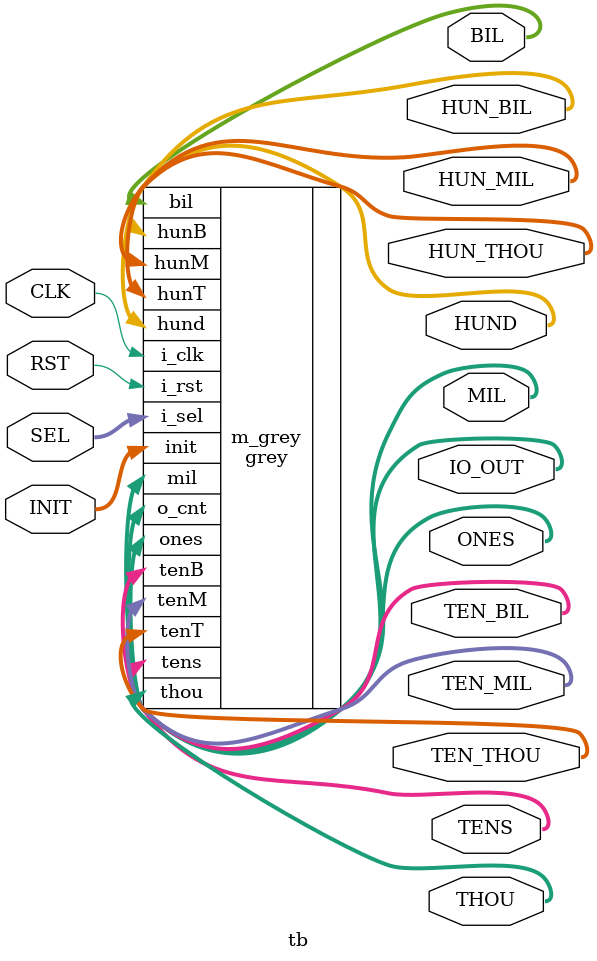
<source format=v>
`default_nettype none
`timescale 1ns/1ps

`ifdef GL_TEST

  module tb
  (
   input        CLK,
   input        RST,
   input [7:0]  SEL,

   output [7:0] io_out
  );

   dwisehart_top m_top
   (
    .vccd1  ( 1'b1 ),
    .vssd1  ( 1'b0 ),
    .io_in  ({ SEL, RST, CLK }),
    .io_out ( io_out )
   );

`else

////////////////////////////////////////
  module tb
  (
   input        CLK,
   input        RST,
   input [7:0]  SEL,
   input [59:0] INIT,

   output [4:0] ONES,
   output [4:0] TENS,
   output [4:0] HUND,
   output [4:0] THOU,
   output [4:0] TEN_THOU,
   output [4:0] HUN_THOU,
   output [4:0] MIL,
   output [4:0] TEN_MIL,
   output [4:0] HUN_MIL,
   output [4:0] BIL,
   output [4:0] TEN_BIL,
   output [4:0] HUN_BIL,
   output [7:0] IO_OUT
  );

   initial begin
      $dumpfile ("tb.vcd");
      $dumpvars (0, tb);
      #1;
   end

   grey m_grey
   (
    .i_clk  ( CLK ),
    .i_rst  ( RST ),
    .i_sel  ( SEL ),
    .init   ( INIT ),
    .hunB   ( HUN_BIL ),
    .tenB   ( TEN_BIL ),
    .bil    ( BIL ),
    .hunM   ( HUN_MIL ),
    .tenM   ( TEN_MIL ),
    .mil    ( MIL ),
    .hunT   ( HUN_THOU ),
    .tenT   ( TEN_THOU ),
    .thou   ( THOU ),
    .hund   ( HUND ),
    .tens   ( TENS ),
    .ones   ( ONES ),
    .o_cnt  ( IO_OUT )
   );
`endif

endmodule

</source>
